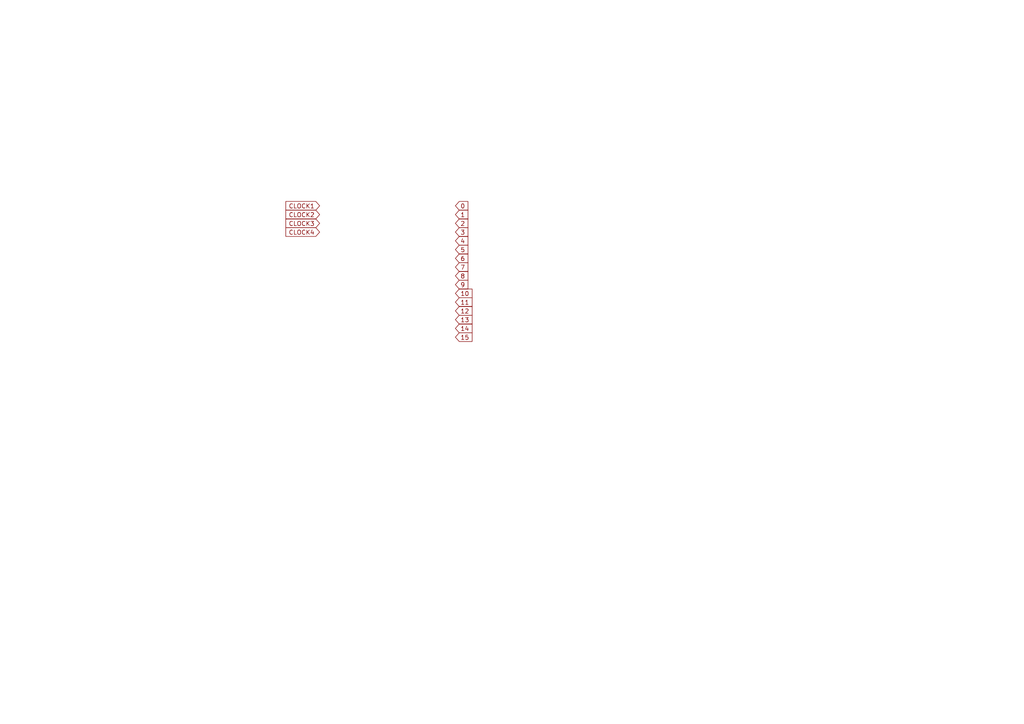
<source format=kicad_sch>
(kicad_sch
	(version 20250114)
	(generator "eeschema")
	(generator_version "9.0")
	(uuid "6675a962-3852-4344-b801-f244f0eb88ab")
	(paper "A4")
	(lib_symbols)
	(global_label "3"
		(shape input)
		(at 132.08 67.31 0)
		(fields_autoplaced yes)
		(effects
			(font
				(size 1.27 1.27)
			)
			(justify left)
		)
		(uuid "0d1b7a50-f319-4ae9-9a8f-893a4cd4283b")
		(property "Intersheetrefs" "${INTERSHEET_REFS}"
			(at 136.2747 67.31 0)
			(effects
				(font
					(size 1.27 1.27)
				)
				(justify left)
				(hide yes)
			)
		)
	)
	(global_label "14"
		(shape input)
		(at 132.08 95.25 0)
		(fields_autoplaced yes)
		(effects
			(font
				(size 1.27 1.27)
			)
			(justify left)
		)
		(uuid "12511555-7cb1-4b12-9bc4-ce68cd4f7c78")
		(property "Intersheetrefs" "${INTERSHEET_REFS}"
			(at 136.2747 95.25 0)
			(effects
				(font
					(size 1.27 1.27)
				)
				(justify left)
				(hide yes)
			)
		)
	)
	(global_label "8"
		(shape input)
		(at 132.08 80.01 0)
		(fields_autoplaced yes)
		(effects
			(font
				(size 1.27 1.27)
			)
			(justify left)
		)
		(uuid "41383a72-096d-47f6-a66e-4825998e8efa")
		(property "Intersheetrefs" "${INTERSHEET_REFS}"
			(at 136.2747 80.01 0)
			(effects
				(font
					(size 1.27 1.27)
				)
				(justify left)
				(hide yes)
			)
		)
	)
	(global_label "12"
		(shape input)
		(at 132.08 90.17 0)
		(fields_autoplaced yes)
		(effects
			(font
				(size 1.27 1.27)
			)
			(justify left)
		)
		(uuid "41f614e2-a4a8-4157-8a95-0da39e390e86")
		(property "Intersheetrefs" "${INTERSHEET_REFS}"
			(at 136.2747 90.17 0)
			(effects
				(font
					(size 1.27 1.27)
				)
				(justify left)
				(hide yes)
			)
		)
	)
	(global_label "2"
		(shape input)
		(at 132.08 64.77 0)
		(fields_autoplaced yes)
		(effects
			(font
				(size 1.27 1.27)
			)
			(justify left)
		)
		(uuid "42c94608-e4a6-4aec-b55f-add1207af8f1")
		(property "Intersheetrefs" "${INTERSHEET_REFS}"
			(at 136.2747 64.77 0)
			(effects
				(font
					(size 1.27 1.27)
				)
				(justify left)
				(hide yes)
			)
		)
	)
	(global_label "6"
		(shape input)
		(at 132.08 74.93 0)
		(fields_autoplaced yes)
		(effects
			(font
				(size 1.27 1.27)
			)
			(justify left)
		)
		(uuid "56757cdc-d10b-4f7b-932d-0afe0d9afe77")
		(property "Intersheetrefs" "${INTERSHEET_REFS}"
			(at 136.2747 74.93 0)
			(effects
				(font
					(size 1.27 1.27)
				)
				(justify left)
				(hide yes)
			)
		)
	)
	(global_label "9"
		(shape input)
		(at 132.08 82.55 0)
		(fields_autoplaced yes)
		(effects
			(font
				(size 1.27 1.27)
			)
			(justify left)
		)
		(uuid "56938ad7-61ce-475c-8108-fb54dc1e704f")
		(property "Intersheetrefs" "${INTERSHEET_REFS}"
			(at 136.2747 82.55 0)
			(effects
				(font
					(size 1.27 1.27)
				)
				(justify left)
				(hide yes)
			)
		)
	)
	(global_label "0"
		(shape input)
		(at 132.08 59.69 0)
		(fields_autoplaced yes)
		(effects
			(font
				(size 1.27 1.27)
			)
			(justify left)
		)
		(uuid "644456e1-6d10-4ad0-9d15-5264be349b1b")
		(property "Intersheetrefs" "${INTERSHEET_REFS}"
			(at 136.2747 59.69 0)
			(effects
				(font
					(size 1.27 1.27)
				)
				(justify left)
				(hide yes)
			)
		)
	)
	(global_label "15"
		(shape input)
		(at 132.08 97.79 0)
		(fields_autoplaced yes)
		(effects
			(font
				(size 1.27 1.27)
			)
			(justify left)
		)
		(uuid "677b52f9-19d8-45bc-afd2-66bad3c8a9c7")
		(property "Intersheetrefs" "${INTERSHEET_REFS}"
			(at 136.2747 97.79 0)
			(effects
				(font
					(size 1.27 1.27)
				)
				(justify left)
				(hide yes)
			)
		)
	)
	(global_label "13"
		(shape input)
		(at 132.08 92.71 0)
		(fields_autoplaced yes)
		(effects
			(font
				(size 1.27 1.27)
			)
			(justify left)
		)
		(uuid "8e279c2a-1210-4c0b-8c17-44f7bce65e2b")
		(property "Intersheetrefs" "${INTERSHEET_REFS}"
			(at 136.2747 92.71 0)
			(effects
				(font
					(size 1.27 1.27)
				)
				(justify left)
				(hide yes)
			)
		)
	)
	(global_label "CLOCK2"
		(shape input)
		(at 92.71 62.23 180)
		(fields_autoplaced yes)
		(effects
			(font
				(size 1.27 1.27)
			)
			(justify right)
		)
		(uuid "a14b0fe3-49c6-4d72-91b8-731c19ad25ec")
		(property "Intersheetrefs" "${INTERSHEET_REFS}"
			(at 82.3467 62.23 0)
			(effects
				(font
					(size 1.27 1.27)
				)
				(justify right)
				(hide yes)
			)
		)
	)
	(global_label "11"
		(shape input)
		(at 132.08 87.63 0)
		(fields_autoplaced yes)
		(effects
			(font
				(size 1.27 1.27)
			)
			(justify left)
		)
		(uuid "b2b3d385-5048-4d5f-9413-8e5eccfaa2ba")
		(property "Intersheetrefs" "${INTERSHEET_REFS}"
			(at 136.2747 87.63 0)
			(effects
				(font
					(size 1.27 1.27)
				)
				(justify left)
				(hide yes)
			)
		)
	)
	(global_label "7"
		(shape input)
		(at 132.08 77.47 0)
		(fields_autoplaced yes)
		(effects
			(font
				(size 1.27 1.27)
			)
			(justify left)
		)
		(uuid "b32bcd80-5a14-4d09-9577-083b1f91aa38")
		(property "Intersheetrefs" "${INTERSHEET_REFS}"
			(at 136.2747 77.47 0)
			(effects
				(font
					(size 1.27 1.27)
				)
				(justify left)
				(hide yes)
			)
		)
	)
	(global_label "CLOCK4"
		(shape input)
		(at 92.71 67.31 180)
		(fields_autoplaced yes)
		(effects
			(font
				(size 1.27 1.27)
			)
			(justify right)
		)
		(uuid "b69111aa-3dec-4b79-ba78-d4c9df5737ae")
		(property "Intersheetrefs" "${INTERSHEET_REFS}"
			(at 82.3467 67.31 0)
			(effects
				(font
					(size 1.27 1.27)
				)
				(justify right)
				(hide yes)
			)
		)
	)
	(global_label "CLOCK3"
		(shape input)
		(at 92.71 64.77 180)
		(fields_autoplaced yes)
		(effects
			(font
				(size 1.27 1.27)
			)
			(justify right)
		)
		(uuid "c27478d3-0873-4fe6-a228-89df93bcab63")
		(property "Intersheetrefs" "${INTERSHEET_REFS}"
			(at 82.3467 64.77 0)
			(effects
				(font
					(size 1.27 1.27)
				)
				(justify right)
				(hide yes)
			)
		)
	)
	(global_label "10"
		(shape input)
		(at 132.08 85.09 0)
		(fields_autoplaced yes)
		(effects
			(font
				(size 1.27 1.27)
			)
			(justify left)
		)
		(uuid "dda1e784-dae4-45f5-8a24-ef7efac45274")
		(property "Intersheetrefs" "${INTERSHEET_REFS}"
			(at 136.2747 85.09 0)
			(effects
				(font
					(size 1.27 1.27)
				)
				(justify left)
				(hide yes)
			)
		)
	)
	(global_label "CLOCK1"
		(shape input)
		(at 92.71 59.69 180)
		(fields_autoplaced yes)
		(effects
			(font
				(size 1.27 1.27)
			)
			(justify right)
		)
		(uuid "ee81ab7a-d2c8-418e-882e-d708a84dca45")
		(property "Intersheetrefs" "${INTERSHEET_REFS}"
			(at 82.3467 59.69 0)
			(effects
				(font
					(size 1.27 1.27)
				)
				(justify right)
				(hide yes)
			)
		)
	)
	(global_label "5"
		(shape input)
		(at 132.08 72.39 0)
		(fields_autoplaced yes)
		(effects
			(font
				(size 1.27 1.27)
			)
			(justify left)
		)
		(uuid "f233c2c7-0316-4538-831f-d6d441de82c8")
		(property "Intersheetrefs" "${INTERSHEET_REFS}"
			(at 136.2747 72.39 0)
			(effects
				(font
					(size 1.27 1.27)
				)
				(justify left)
				(hide yes)
			)
		)
	)
	(global_label "4"
		(shape input)
		(at 132.08 69.85 0)
		(fields_autoplaced yes)
		(effects
			(font
				(size 1.27 1.27)
			)
			(justify left)
		)
		(uuid "f8f1bfad-e859-4033-a284-198908dce7b9")
		(property "Intersheetrefs" "${INTERSHEET_REFS}"
			(at 136.2747 69.85 0)
			(effects
				(font
					(size 1.27 1.27)
				)
				(justify left)
				(hide yes)
			)
		)
	)
	(global_label "1"
		(shape input)
		(at 132.08 62.23 0)
		(fields_autoplaced yes)
		(effects
			(font
				(size 1.27 1.27)
			)
			(justify left)
		)
		(uuid "fc2cdb52-432b-41d1-a94f-08650b55d2d5")
		(property "Intersheetrefs" "${INTERSHEET_REFS}"
			(at 136.2747 62.23 0)
			(effects
				(font
					(size 1.27 1.27)
				)
				(justify left)
				(hide yes)
			)
		)
	)
	(sheet_instances
		(path "/"
			(page "1")
		)
	)
	(embedded_fonts no)
)

</source>
